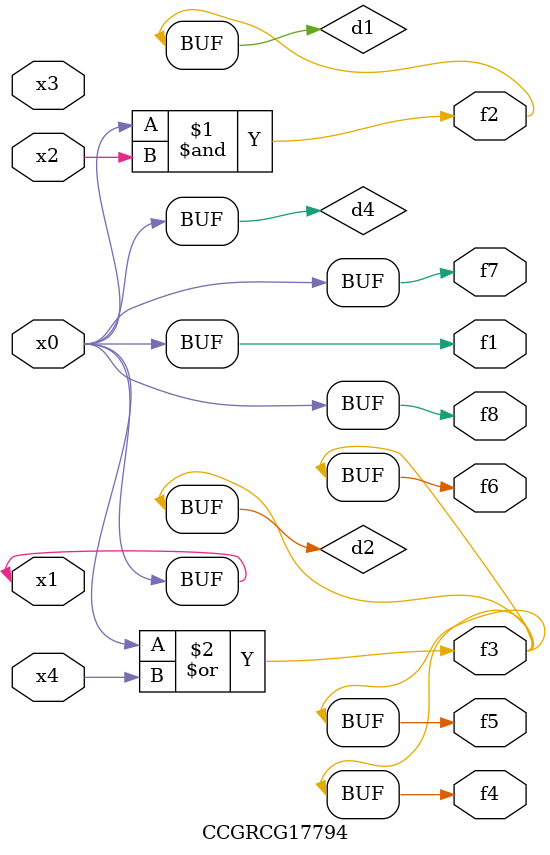
<source format=v>
module CCGRCG17794(
	input x0, x1, x2, x3, x4,
	output f1, f2, f3, f4, f5, f6, f7, f8
);

	wire d1, d2, d3, d4;

	and (d1, x0, x2);
	or (d2, x0, x4);
	nand (d3, x0, x2);
	buf (d4, x0, x1);
	assign f1 = d4;
	assign f2 = d1;
	assign f3 = d2;
	assign f4 = d2;
	assign f5 = d2;
	assign f6 = d2;
	assign f7 = d4;
	assign f8 = d4;
endmodule

</source>
